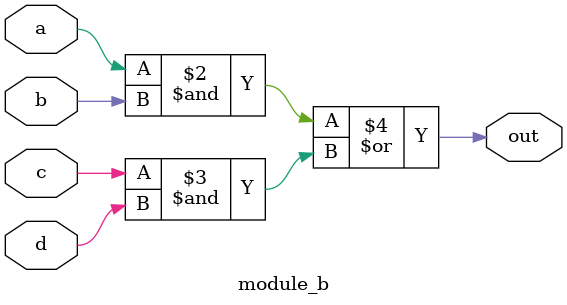
<source format=v>
module module_b (input a, b, c, d, output reg out);
  always @(*) begin
    out = (a & b) | (c & d);
  end
endmodule
</source>
